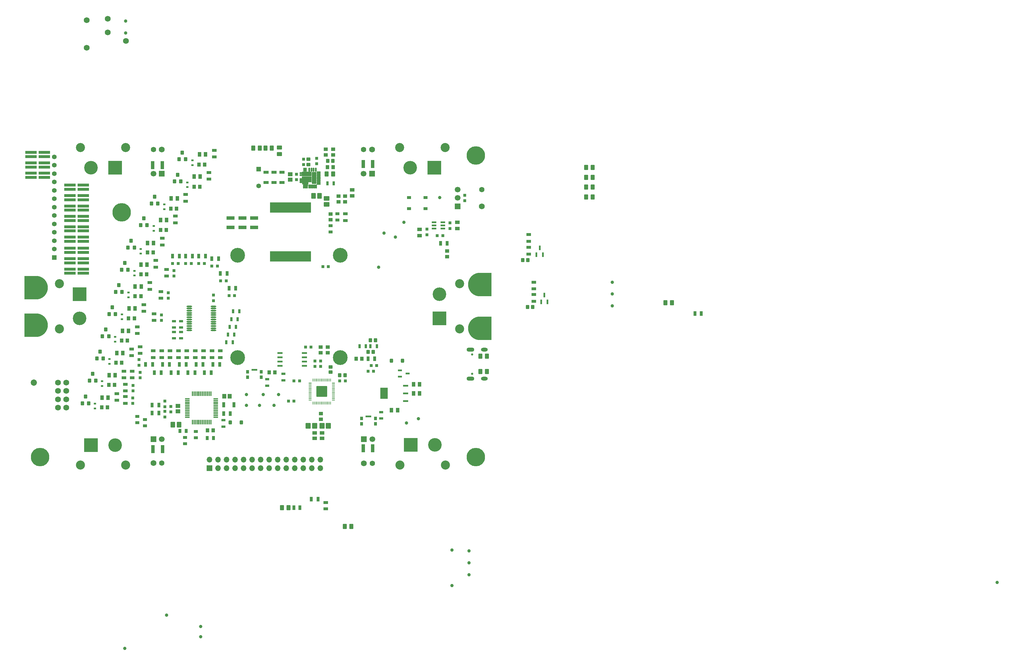
<source format=gbr>
%TF.GenerationSoftware,KiCad,Pcbnew,7.0.10*%
%TF.CreationDate,2025-04-22T22:54:08-04:00*%
%TF.ProjectId,bms-board,626d732d-626f-4617-9264-2e6b69636164,rev?*%
%TF.SameCoordinates,Original*%
%TF.FileFunction,Soldermask,Top*%
%TF.FilePolarity,Negative*%
%FSLAX46Y46*%
G04 Gerber Fmt 4.6, Leading zero omitted, Abs format (unit mm)*
G04 Created by KiCad (PCBNEW 7.0.10) date 2025-04-22 22:54:08*
%MOMM*%
%LPD*%
G01*
G04 APERTURE LIST*
G04 Aperture macros list*
%AMRoundRect*
0 Rectangle with rounded corners*
0 $1 Rounding radius*
0 $2 $3 $4 $5 $6 $7 $8 $9 X,Y pos of 4 corners*
0 Add a 4 corners polygon primitive as box body*
4,1,4,$2,$3,$4,$5,$6,$7,$8,$9,$2,$3,0*
0 Add four circle primitives for the rounded corners*
1,1,$1+$1,$2,$3*
1,1,$1+$1,$4,$5*
1,1,$1+$1,$6,$7*
1,1,$1+$1,$8,$9*
0 Add four rect primitives between the rounded corners*
20,1,$1+$1,$2,$3,$4,$5,0*
20,1,$1+$1,$4,$5,$6,$7,0*
20,1,$1+$1,$6,$7,$8,$9,0*
20,1,$1+$1,$8,$9,$2,$3,0*%
%AMFreePoly0*
4,1,34,-3.500000,0.000000,-3.488454,0.284056,-3.437293,0.659559,-3.345832,1.027329,-3.215145,1.383055,-3.046763,1.722566,-2.842661,2.041881,-2.605231,2.337257,-2.337257,2.605231,-2.041881,2.842661,-1.722566,3.046763,-1.383055,3.215145,-1.027329,3.345832,-0.659559,3.437293,-0.284056,3.488454,0.000000,3.500000,0.284056,3.488454,0.659559,3.437293,1.027329,3.345832,1.383055,3.215145,
1.722566,3.046763,2.041881,2.842661,2.337257,2.605231,2.605231,2.337257,2.842661,2.041881,3.046763,1.722566,3.215145,1.383055,3.345832,1.027329,3.437293,0.659559,3.488454,0.284056,3.500000,0.000000,3.500000,-3.500000,-3.500000,-3.500000,-3.500000,0.000000,-3.500000,0.000000,$1*%
G04 Aperture macros list end*
%ADD10R,1.450000X0.950000*%
%ADD11C,5.500000*%
%ADD12RoundRect,0.102000X-0.445000X-0.465000X0.445000X-0.465000X0.445000X0.465000X-0.445000X0.465000X0*%
%ADD13R,1.397000X0.863600*%
%ADD14R,1.300000X0.700000*%
%ADD15R,0.863600X1.397000*%
%ADD16C,1.734000*%
%ADD17R,0.950000X1.450000*%
%ADD18R,3.352800X0.903200*%
%ADD19R,1.193800X1.016000*%
%ADD20R,0.700000X0.600000*%
%ADD21R,1.016000X1.193800*%
%ADD22R,1.600000X0.855600*%
%ADD23R,0.300000X1.475000*%
%ADD24R,1.475000X0.300000*%
%ADD25C,1.000000*%
%ADD26R,12.192000X3.022600*%
%ADD27R,0.863600X1.244600*%
%ADD28R,0.889000X0.863600*%
%ADD29R,1.524000X0.533400*%
%ADD30R,0.965200X1.346200*%
%ADD31R,0.863600X0.889000*%
%ADD32RoundRect,0.102000X0.400000X-0.450000X0.400000X0.450000X-0.400000X0.450000X-0.400000X-0.450000X0*%
%ADD33R,1.244600X0.863600*%
%ADD34R,1.000000X1.400000*%
%ADD35RoundRect,0.102000X-0.460000X-0.690000X0.460000X-0.690000X0.460000X0.690000X-0.460000X0.690000X0*%
%ADD36RoundRect,0.102000X0.460000X0.690000X-0.460000X0.690000X-0.460000X-0.690000X0.460000X-0.690000X0*%
%ADD37R,2.489200X1.066800*%
%ADD38R,0.700000X1.300000*%
%ADD39RoundRect,0.242500X-0.242500X-0.367500X0.242500X-0.367500X0.242500X0.367500X-0.242500X0.367500X0*%
%ADD40RoundRect,0.102000X0.735000X-0.580000X0.735000X0.580000X-0.735000X0.580000X-0.735000X-0.580000X0*%
%ADD41R,1.700000X1.700000*%
%ADD42O,1.700000X1.700000*%
%ADD43O,1.649999X0.449999*%
%ADD44RoundRect,0.102000X0.555000X0.735000X-0.555000X0.735000X-0.555000X-0.735000X0.555000X-0.735000X0*%
%ADD45R,1.549400X0.609600*%
%ADD46R,1.549400X3.251200*%
%ADD47RoundRect,0.102000X-0.690000X0.460000X-0.690000X-0.460000X0.690000X-0.460000X0.690000X0.460000X0*%
%ADD48R,1.066800X2.489200*%
%ADD49RoundRect,0.102000X-0.650000X-0.750000X0.650000X-0.750000X0.650000X0.750000X-0.650000X0.750000X0*%
%ADD50R,1.066800X1.397000*%
%ADD51R,1.447800X1.117600*%
%ADD52R,1.397000X1.066800*%
%ADD53RoundRect,0.102000X0.445000X0.465000X-0.445000X0.465000X-0.445000X-0.465000X0.445000X-0.465000X0*%
%ADD54R,0.609600X1.320800*%
%ADD55R,1.346200X0.965200*%
%ADD56RoundRect,0.102000X-0.465000X0.445000X-0.465000X-0.445000X0.465000X-0.445000X0.465000X0.445000X0*%
%ADD57R,1.449997X1.305598*%
%ADD58R,1.400000X1.100000*%
%ADD59R,1.244600X0.939800*%
%ADD60R,1.150000X0.600000*%
%ADD61RoundRect,0.050000X-0.387500X-0.050000X0.387500X-0.050000X0.387500X0.050000X-0.387500X0.050000X0*%
%ADD62RoundRect,0.050000X-0.050000X-0.387500X0.050000X-0.387500X0.050000X0.387500X-0.050000X0.387500X0*%
%ADD63RoundRect,0.144000X-1.456000X-1.456000X1.456000X-1.456000X1.456000X1.456000X-1.456000X1.456000X0*%
%ADD64R,0.889000X0.990600*%
%ADD65R,1.701800X0.558800*%
%ADD66R,1.005599X1.199998*%
%ADD67RoundRect,0.102000X0.650000X0.750000X-0.650000X0.750000X-0.650000X-0.750000X0.650000X-0.750000X0*%
%ADD68R,0.855600X1.600000*%
%ADD69R,1.320800X0.558800*%
%ADD70R,1.305598X1.449997*%
%ADD71RoundRect,0.102000X-0.175000X0.475000X-0.175000X-0.475000X0.175000X-0.475000X0.175000X0.475000X0*%
%ADD72RoundRect,0.102000X-0.475000X0.175000X-0.475000X-0.175000X0.475000X-0.175000X0.475000X0.175000X0*%
%ADD73RoundRect,0.102000X-0.675000X0.150000X-0.675000X-0.150000X0.675000X-0.150000X0.675000X0.150000X0*%
%ADD74RoundRect,0.102000X-0.550000X1.700000X-0.550000X-1.700000X0.550000X-1.700000X0.550000X1.700000X0*%
%ADD75RoundRect,0.102000X-1.350000X0.550000X-1.350000X-0.550000X1.350000X-0.550000X1.350000X0.550000X0*%
%ADD76RoundRect,0.102000X-1.350000X0.760000X-1.350000X-0.760000X1.350000X-0.760000X1.350000X0.760000X0*%
%ADD77RoundRect,0.102000X-0.865000X1.050000X-0.865000X-1.050000X0.865000X-1.050000X0.865000X1.050000X0*%
%ADD78RoundRect,0.102000X0.465000X-0.445000X0.465000X0.445000X-0.465000X0.445000X-0.465000X-0.445000X0*%
%ADD79C,4.400000*%
%ADD80C,0.800000*%
%ADD81FreePoly0,270.000000*%
%ADD82R,4.050000X4.050000*%
%ADD83C,4.050000*%
%ADD84C,2.700000*%
%ADD85R,1.400000X1.400000*%
%ADD86C,1.400000*%
%ADD87C,1.600000*%
%ADD88C,1.750000*%
%ADD89C,1.700000*%
%ADD90RoundRect,0.102000X-0.600000X0.600000X-0.600000X-0.600000X0.600000X-0.600000X0.600000X0.600000X0*%
%ADD91C,1.404000*%
%ADD92C,1.854200*%
%ADD93C,1.752600*%
%ADD94C,0.650000*%
%ADD95O,2.304000X1.254000*%
%ADD96O,2.004000X1.104000*%
%ADD97FreePoly0,90.000000*%
G04 APERTURE END LIST*
%TO.C,U5*%
G36*
X138704500Y-107551000D02*
G01*
X136443900Y-107551000D01*
X136443900Y-104249000D01*
X138704500Y-104249000D01*
X138704500Y-107551000D01*
G37*
%TD*%
D10*
%TO.C,R1*%
X60500000Y-106900000D03*
X60500000Y-108900000D03*
%TD*%
D11*
%TO.C,H4*%
X164900000Y-124900000D03*
%TD*%
D12*
%TO.C,C88*%
X178859998Y-66200000D03*
X180399998Y-66200000D03*
%TD*%
D13*
%TO.C,R78*%
X71338850Y-93200000D03*
X71338850Y-95257400D03*
%TD*%
D14*
%TO.C,R91*%
X89700000Y-113900000D03*
X89700000Y-115800000D03*
%TD*%
%TO.C,R117*%
X136700000Y-111500000D03*
X136700000Y-113400000D03*
%TD*%
D15*
%TO.C,R82*%
X84081450Y-99728700D03*
X86138850Y-99728700D03*
%TD*%
D16*
%TO.C,TP17*%
X60700000Y-980000D03*
%TD*%
D17*
%TO.C,R46*%
X84400000Y-65000000D03*
X82400000Y-65000000D03*
%TD*%
D10*
%TO.C,R30*%
X67850000Y-74900000D03*
X67850000Y-72900000D03*
%TD*%
D18*
%TO.C,R3*%
X44000000Y-70147771D03*
X44000000Y-68891971D03*
%TD*%
D19*
%TO.C,R108*%
X121625000Y-52500300D03*
X121625000Y-54202100D03*
%TD*%
D10*
%TO.C,R6*%
X60500000Y-103200000D03*
X60500000Y-105200000D03*
%TD*%
D20*
%TO.C,Z3*%
X55800000Y-97100000D03*
X55800000Y-95700000D03*
%TD*%
D21*
%TO.C,R37*%
X68801800Y-63949000D03*
X67100000Y-63949000D03*
%TD*%
D22*
%TO.C,C30*%
X104800000Y-43108400D03*
X104800000Y-40052798D03*
%TD*%
D23*
%TO.C,U2*%
X86000000Y-106024000D03*
X85500000Y-106024000D03*
X85000000Y-106024000D03*
X84500000Y-106024000D03*
X84000000Y-106024000D03*
X83500000Y-106024000D03*
X83000000Y-106024000D03*
X82500000Y-106024000D03*
X82000000Y-106024000D03*
X81500000Y-106024000D03*
X81000000Y-106024000D03*
X80500000Y-106024000D03*
D24*
X79012000Y-107512000D03*
X79012000Y-108012000D03*
X79012000Y-108512000D03*
X79012000Y-109012000D03*
X79012000Y-109512000D03*
X79012000Y-110012000D03*
X79012000Y-110512000D03*
X79012000Y-111012000D03*
X79012000Y-111512000D03*
X79012000Y-112012000D03*
X79012000Y-112512000D03*
X79012000Y-113012000D03*
D23*
X80500000Y-114500000D03*
X81000000Y-114500000D03*
X81500000Y-114500000D03*
X82000000Y-114500000D03*
X82500000Y-114500000D03*
X83000000Y-114500000D03*
X83500000Y-114500000D03*
X84000000Y-114500000D03*
X84500000Y-114500000D03*
X85000000Y-114500000D03*
X85500000Y-114500000D03*
X86000000Y-114500000D03*
D24*
X87488000Y-113012000D03*
X87488000Y-112512000D03*
X87488000Y-112012000D03*
X87488000Y-111512000D03*
X87488000Y-111012000D03*
X87488000Y-110512000D03*
X87488000Y-110012000D03*
X87488000Y-109512000D03*
X87488000Y-109012000D03*
X87488000Y-108512000D03*
X87488000Y-108012000D03*
X87488000Y-107512000D03*
%TD*%
D25*
%TO.C,TP3*%
X60600000Y1450000D03*
%TD*%
D26*
%TO.C,L1*%
X109700000Y-50555200D03*
X109700000Y-65109400D03*
%TD*%
D27*
%TO.C,C27*%
X86754200Y-119200000D03*
X84900000Y-119200000D03*
%TD*%
D17*
%TO.C,R93*%
X70512000Y-111788000D03*
X68512000Y-111788000D03*
%TD*%
D14*
%TO.C,R116*%
X107600000Y-100100000D03*
X107600000Y-102000000D03*
%TD*%
D17*
%TO.C,R61*%
X93400000Y-74600000D03*
X91400000Y-74600000D03*
%TD*%
D25*
%TO.C,TP13*%
X72810800Y-171999200D03*
%TD*%
D18*
%TO.C,R43*%
X44000000Y-45155800D03*
X44000000Y-43900000D03*
%TD*%
%TO.C,R28*%
X44000000Y-54443743D03*
X44000000Y-53187943D03*
%TD*%
%TO.C,R58*%
X32400000Y-35408038D03*
X32400000Y-34152238D03*
%TD*%
D25*
%TO.C,TP9*%
X205556500Y-76331000D03*
%TD*%
D28*
%TO.C,C34*%
X111500000Y-42300000D03*
X111500000Y-40649000D03*
%TD*%
D25*
%TO.C,TP8*%
X205556500Y-72781000D03*
%TD*%
D29*
%TO.C,U4*%
X106555100Y-93895000D03*
X106555100Y-95165000D03*
X106555100Y-96435000D03*
X106555100Y-97705000D03*
X113844900Y-97705000D03*
X113844900Y-96435000D03*
X113844900Y-95165000D03*
X113844900Y-93895000D03*
%TD*%
D30*
%TO.C,LED14*%
X112554200Y-140000000D03*
X110700000Y-140000000D03*
%TD*%
D31*
%TO.C,C61*%
X114200000Y-92100000D03*
X115851000Y-92100000D03*
%TD*%
D32*
%TO.C,Q2*%
X49849800Y-102100000D03*
X51750200Y-102100000D03*
X50800000Y-100100000D03*
%TD*%
D33*
%TO.C,C25*%
X78300000Y-120900000D03*
X78300000Y-119045800D03*
%TD*%
D34*
%TO.C,LED3*%
X58000000Y-93900000D03*
X59800000Y-93900000D03*
%TD*%
D28*
%TO.C,C1*%
X62700000Y-107249000D03*
X62700000Y-108900000D03*
%TD*%
D35*
%TO.C,R129*%
X197810000Y-47410000D03*
X199720000Y-47410000D03*
%TD*%
D31*
%TO.C,C76*%
X124400000Y-102200000D03*
X126051000Y-102200000D03*
%TD*%
D18*
%TO.C,R14*%
X48000000Y-63955800D03*
X48000000Y-62700000D03*
%TD*%
D36*
%TO.C,R112*%
X168210000Y-94840000D03*
X166300000Y-94840000D03*
%TD*%
D37*
%TO.C,C46*%
X95400000Y-53655200D03*
X95400000Y-56500000D03*
%TD*%
D38*
%TO.C,R70*%
X90600000Y-90700000D03*
X92500000Y-90700000D03*
%TD*%
%TO.C,R62*%
X94500000Y-81500000D03*
X92600000Y-81500000D03*
%TD*%
%TO.C,R123*%
X135440000Y-91900000D03*
X133540000Y-91900000D03*
%TD*%
D10*
%TO.C,R15*%
X62400000Y-94700000D03*
X62400000Y-92700000D03*
%TD*%
D39*
%TO.C,D1*%
X91800000Y-114600000D03*
X95080000Y-114600000D03*
%TD*%
D40*
%TO.C,C37*%
X120500000Y-49600000D03*
X120500000Y-47840000D03*
%TD*%
D41*
%TO.C,J4*%
X85560000Y-128200000D03*
D42*
X85560000Y-125660000D03*
X88100000Y-128200000D03*
X88100000Y-125660000D03*
X90640000Y-128200000D03*
X90640000Y-125660000D03*
X93180000Y-128200000D03*
X93180000Y-125660000D03*
X95720000Y-128200000D03*
X95720000Y-125660000D03*
X98260000Y-128200000D03*
X98260000Y-125660000D03*
X100800000Y-128200000D03*
X100800000Y-125660000D03*
X103340000Y-128200000D03*
X103340000Y-125660000D03*
X105880000Y-128200000D03*
X105880000Y-125660000D03*
X108420000Y-128200000D03*
X108420000Y-125660000D03*
X110960000Y-128200000D03*
X110960000Y-125660000D03*
X113500000Y-128200000D03*
X113500000Y-125660000D03*
X116040000Y-128200000D03*
X116040000Y-125660000D03*
X118580000Y-128200000D03*
X118580000Y-125660000D03*
%TD*%
D19*
%TO.C,R130*%
X156400000Y-65201800D03*
X156400000Y-63500000D03*
%TD*%
D17*
%TO.C,R51*%
X88300000Y-65800000D03*
X86300000Y-65800000D03*
%TD*%
D33*
%TO.C,C22*%
X64100000Y-112772900D03*
X64100000Y-114627100D03*
%TD*%
D18*
%TO.C,R13*%
X44000000Y-63955800D03*
X44000000Y-62700000D03*
%TD*%
D15*
%TO.C,R88*%
X69138850Y-99728700D03*
X71196250Y-99728700D03*
%TD*%
D37*
%TO.C,C47*%
X91900000Y-53655200D03*
X91900000Y-56500000D03*
%TD*%
D43*
%TO.C,U1*%
X79549999Y-80000000D03*
X79549999Y-80650001D03*
X79549999Y-81300000D03*
X79549999Y-81950001D03*
X79549999Y-82600000D03*
X79549999Y-83250001D03*
X79549999Y-83900000D03*
X79549999Y-84550001D03*
X79549999Y-85200000D03*
X79549999Y-85850001D03*
X79549999Y-86499999D03*
X79549999Y-87150001D03*
X86800000Y-87150001D03*
X86800000Y-86499999D03*
X86800000Y-85850001D03*
X86800000Y-85200000D03*
X86800000Y-84550001D03*
X86800000Y-83900000D03*
X86800000Y-83250001D03*
X86800000Y-82600000D03*
X86800000Y-81950001D03*
X86800000Y-81300000D03*
X86800000Y-80650001D03*
X86800000Y-80000000D03*
%TD*%
D34*
%TO.C,LED2*%
X55700000Y-100500000D03*
X57500000Y-100500000D03*
%TD*%
D10*
%TO.C,R35*%
X69600000Y-68300000D03*
X69600000Y-66300000D03*
%TD*%
D30*
%TO.C,LED13*%
X230174300Y-82129300D03*
X232028500Y-82129300D03*
%TD*%
D28*
%TO.C,C5*%
X71300000Y-84200000D03*
X71300000Y-82549000D03*
%TD*%
D13*
%TO.C,R77*%
X73838850Y-93200000D03*
X73838850Y-95257400D03*
%TD*%
D28*
%TO.C,C6*%
X73300000Y-77600000D03*
X73300000Y-75949000D03*
%TD*%
D17*
%TO.C,R41*%
X80500000Y-65000000D03*
X78500000Y-65000000D03*
%TD*%
D44*
%TO.C,C21*%
X76500000Y-115200000D03*
X74700000Y-115200000D03*
%TD*%
D20*
%TO.C,Z2*%
X53600000Y-103700000D03*
X53600000Y-102300000D03*
%TD*%
D27*
%TO.C,C24*%
X78654200Y-117100000D03*
X76800000Y-117100000D03*
%TD*%
D10*
%TO.C,R10*%
X60100000Y-101300000D03*
X60100000Y-99300000D03*
%TD*%
D25*
%TO.C,TP15*%
X162900000Y-156400000D03*
%TD*%
D21*
%TO.C,R2*%
X55201800Y-110100000D03*
X53500000Y-110100000D03*
%TD*%
D25*
%TO.C,TP22*%
X106200000Y-106300000D03*
%TD*%
D45*
%TO.C,U5*%
X144025800Y-108198700D03*
D46*
X137574200Y-105900000D03*
D45*
X144025800Y-105900000D03*
X144025800Y-103601300D03*
%TD*%
D28*
%TO.C,C7*%
X75000000Y-71000000D03*
X75000000Y-69349000D03*
%TD*%
D18*
%TO.C,R4*%
X48000000Y-70149914D03*
X48000000Y-68894114D03*
%TD*%
D16*
%TO.C,TP5*%
X55300000Y5700000D03*
%TD*%
D34*
%TO.C,LED8*%
X67100000Y-61100000D03*
X68900000Y-61100000D03*
%TD*%
D15*
%TO.C,R81*%
X86581450Y-97328700D03*
X88638850Y-97328700D03*
%TD*%
D17*
%TO.C,R56*%
X90800000Y-70200000D03*
X88800000Y-70200000D03*
%TD*%
D25*
%TO.C,TP11*%
X157825800Y-152551300D03*
%TD*%
D21*
%TO.C,R32*%
X66901800Y-70449000D03*
X65200000Y-70449000D03*
%TD*%
D34*
%TO.C,LED12*%
X82649100Y-34700000D03*
X84449100Y-34700000D03*
%TD*%
D47*
%TO.C,R95*%
X106400000Y-32690000D03*
X106400000Y-34600000D03*
%TD*%
D36*
%TO.C,R111*%
X168210000Y-99440000D03*
X166300000Y-99440000D03*
%TD*%
D18*
%TO.C,R33*%
X44000000Y-51347762D03*
X44000000Y-50091962D03*
%TD*%
D15*
%TO.C,R87*%
X71581450Y-97328700D03*
X73638850Y-97328700D03*
%TD*%
D33*
%TO.C,C41*%
X121625000Y-55975000D03*
X121625000Y-57829200D03*
%TD*%
D20*
%TO.C,Z1*%
X51500000Y-110400000D03*
X51500000Y-109000000D03*
%TD*%
D28*
%TO.C,C65*%
X117000000Y-96249000D03*
X117000000Y-97900000D03*
%TD*%
D13*
%TO.C,R74*%
X81338850Y-93200000D03*
X81338850Y-95257400D03*
%TD*%
D10*
%TO.C,R31*%
X72800000Y-69000000D03*
X72800000Y-71000000D03*
%TD*%
D18*
%TO.C,R23*%
X44000000Y-57539724D03*
X44000000Y-56283924D03*
%TD*%
D10*
%TO.C,R50*%
X78500000Y-48651000D03*
X78500000Y-46651000D03*
%TD*%
D31*
%TO.C,C77*%
X135400000Y-97600000D03*
X133749000Y-97600000D03*
%TD*%
D21*
%TO.C,R7*%
X57301800Y-103400000D03*
X55600000Y-103400000D03*
%TD*%
D48*
%TO.C,C44*%
X71600000Y-122500000D03*
X68755200Y-122500000D03*
%TD*%
D49*
%TO.C,C59*%
X115000000Y-115600000D03*
X116900000Y-115600000D03*
%TD*%
D50*
%TO.C,C62*%
X146400000Y-103200000D03*
X148203400Y-103200000D03*
%TD*%
D38*
%TO.C,R69*%
X91100000Y-88400000D03*
X93000000Y-88400000D03*
%TD*%
D13*
%TO.C,R76*%
X76338850Y-93200000D03*
X76338850Y-95257400D03*
%TD*%
D18*
%TO.C,R53*%
X32400000Y-38504019D03*
X32400000Y-37248219D03*
%TD*%
D25*
%TO.C,TP33*%
X154200000Y-47600000D03*
%TD*%
D32*
%TO.C,Q1*%
X47749800Y-108900000D03*
X49650200Y-108900000D03*
X48700000Y-106900000D03*
%TD*%
D33*
%TO.C,C26*%
X81500000Y-117300000D03*
X81500000Y-119154200D03*
%TD*%
D11*
%TO.C,H1*%
X59400000Y-52000000D03*
%TD*%
D18*
%TO.C,R44*%
X48000000Y-45155800D03*
X48000000Y-43900000D03*
%TD*%
D22*
%TO.C,C29*%
X102400000Y-43108400D03*
X102400000Y-40052798D03*
%TD*%
D33*
%TO.C,C39*%
X123700000Y-52418700D03*
X123700000Y-54272900D03*
%TD*%
D28*
%TO.C,C18*%
X74112000Y-109788000D03*
X74112000Y-111439000D03*
%TD*%
D19*
%TO.C,R100*%
X122390000Y-34931300D03*
X122390000Y-33229500D03*
%TD*%
D34*
%TO.C,LED7*%
X65200000Y-67600000D03*
X67000000Y-67600000D03*
%TD*%
D13*
%TO.C,R79*%
X68838850Y-93200000D03*
X68838850Y-95257400D03*
%TD*%
D51*
%TO.C,C35*%
X128070200Y-45279600D03*
X128070200Y-47073200D03*
%TD*%
D14*
%TO.C,R120*%
X102800000Y-103600000D03*
X102800000Y-101700000D03*
%TD*%
D52*
%TO.C,C86*%
X159400000Y-56800000D03*
X159400000Y-54996600D03*
%TD*%
D48*
%TO.C,C52*%
X68655200Y-37900000D03*
X71500000Y-37900000D03*
%TD*%
D38*
%TO.C,R67*%
X92100000Y-83800000D03*
X94000000Y-83800000D03*
%TD*%
D25*
%TO.C,TP14*%
X162900000Y-152850000D03*
%TD*%
D34*
%TO.C,LED1*%
X53600000Y-107200000D03*
X55400000Y-107200000D03*
%TD*%
D53*
%TO.C,C78*%
X135040000Y-90100000D03*
X133500000Y-90100000D03*
%TD*%
D34*
%TO.C,LED9*%
X71000000Y-54300000D03*
X72800000Y-54300000D03*
%TD*%
D25*
%TO.C,TP1*%
X60600000Y5000000D03*
%TD*%
D11*
%TO.C,H2*%
X164900000Y-35100000D03*
%TD*%
D32*
%TO.C,Q11*%
X75149800Y-42800000D03*
X77050200Y-42800000D03*
X76100000Y-40800000D03*
%TD*%
D21*
%TO.C,R17*%
X61151800Y-90200000D03*
X59450000Y-90200000D03*
%TD*%
D19*
%TO.C,R98*%
X125970200Y-47171400D03*
X125970200Y-48873200D03*
%TD*%
D10*
%TO.C,R45*%
X75400000Y-55100000D03*
X75400000Y-53100000D03*
%TD*%
D21*
%TO.C,R115*%
X103398200Y-99700000D03*
X105100000Y-99700000D03*
%TD*%
D15*
%TO.C,R84*%
X79181450Y-99728700D03*
X81238850Y-99728700D03*
%TD*%
D44*
%TO.C,C38*%
X118400000Y-47100000D03*
X116600000Y-47100000D03*
%TD*%
D17*
%TO.C,R80*%
X91800000Y-111900000D03*
X89800000Y-111900000D03*
%TD*%
D28*
%TO.C,C3*%
X64900000Y-101300000D03*
X64900000Y-99649000D03*
%TD*%
D54*
%TO.C,U9*%
X182999998Y-64600000D03*
X184900000Y-64600000D03*
X183949999Y-62569600D03*
%TD*%
D10*
%TO.C,R20*%
X64050000Y-88100000D03*
X64050000Y-86100000D03*
%TD*%
D55*
%TO.C,LED15*%
X120200000Y-140300000D03*
X120200000Y-138445800D03*
%TD*%
D56*
%TO.C,C67*%
X121700000Y-98060000D03*
X121700000Y-99600000D03*
%TD*%
D25*
%TO.C,TP18*%
X96600000Y-106300000D03*
%TD*%
D21*
%TO.C,R57*%
X84150900Y-37800000D03*
X82449100Y-37800000D03*
%TD*%
D31*
%TO.C,C73*%
X110751000Y-108200000D03*
X109100000Y-108200000D03*
%TD*%
D17*
%TO.C,R36*%
X76600000Y-65000000D03*
X74600000Y-65000000D03*
%TD*%
D15*
%TO.C,R85*%
X76581450Y-97328700D03*
X78638850Y-97328700D03*
%TD*%
D32*
%TO.C,Q3*%
X52049800Y-95500000D03*
X53950200Y-95500000D03*
X53000000Y-93500000D03*
%TD*%
D31*
%TO.C,C12*%
X88900000Y-72400000D03*
X90551000Y-72400000D03*
%TD*%
D19*
%TO.C,R103*%
X120221800Y-33229500D03*
X120221800Y-34931300D03*
%TD*%
D31*
%TO.C,C85*%
X153449000Y-58900000D03*
X155100000Y-58900000D03*
%TD*%
D10*
%TO.C,R26*%
X71150000Y-75600000D03*
X71150000Y-77600000D03*
%TD*%
D31*
%TO.C,C79*%
X134451000Y-99300000D03*
X132800000Y-99300000D03*
%TD*%
D21*
%TO.C,R47*%
X75801800Y-50900000D03*
X74100000Y-50900000D03*
%TD*%
D35*
%TO.C,R97*%
X98632400Y-32823700D03*
X100542400Y-32823700D03*
%TD*%
D10*
%TO.C,R133*%
X180699998Y-60600000D03*
X180699998Y-58600000D03*
%TD*%
D25*
%TO.C,TP25*%
X136000000Y-68300000D03*
%TD*%
D22*
%TO.C,C31*%
X107200000Y-43100000D03*
X107200000Y-40044398D03*
%TD*%
D21*
%TO.C,R12*%
X59401800Y-96800000D03*
X57700000Y-96800000D03*
%TD*%
D32*
%TO.C,Q5*%
X55700000Y-82300000D03*
X57600400Y-82300000D03*
X56650200Y-80300000D03*
%TD*%
D31*
%TO.C,C10*%
X82400000Y-67200000D03*
X84051000Y-67200000D03*
%TD*%
D35*
%TO.C,R114*%
X107190000Y-140000000D03*
X109100000Y-140000000D03*
%TD*%
D28*
%TO.C,C75*%
X118700000Y-97900000D03*
X118700000Y-96249000D03*
%TD*%
D37*
%TO.C,C45*%
X98900000Y-53655200D03*
X98900000Y-56500000D03*
%TD*%
D25*
%TO.C,TP29*%
X141000000Y-59400000D03*
%TD*%
D19*
%TO.C,R119*%
X120800000Y-93800000D03*
X120800000Y-92098200D03*
%TD*%
D38*
%TO.C,R107*%
X122600000Y-43400000D03*
X120700000Y-43400000D03*
%TD*%
D14*
%TO.C,R64*%
X75000000Y-86300000D03*
X75000000Y-84400000D03*
%TD*%
D18*
%TO.C,R9*%
X48000000Y-67051781D03*
X48000000Y-65795981D03*
%TD*%
D31*
%TO.C,C11*%
X86300000Y-68000000D03*
X87951000Y-68000000D03*
%TD*%
D32*
%TO.C,Q9*%
X65099600Y-55800000D03*
X67000000Y-55800000D03*
X66049800Y-53800000D03*
%TD*%
D25*
%TO.C,TP27*%
X144300000Y-114700000D03*
%TD*%
D32*
%TO.C,Q8*%
X61300000Y-62500000D03*
X63200400Y-62500000D03*
X62250200Y-60500000D03*
%TD*%
D25*
%TO.C,TP12*%
X157825800Y-163201300D03*
%TD*%
D12*
%TO.C,C87*%
X180359998Y-80200000D03*
X181899998Y-80200000D03*
%TD*%
D35*
%TO.C,R96*%
X102232400Y-32823700D03*
X104142400Y-32823700D03*
%TD*%
D21*
%TO.C,R22*%
X63201800Y-83600000D03*
X61500000Y-83600000D03*
%TD*%
D18*
%TO.C,R19*%
X48000000Y-60635705D03*
X48000000Y-59379905D03*
%TD*%
D25*
%TO.C,TP21*%
X100500000Y-109500000D03*
%TD*%
D18*
%TO.C,R18*%
X44000000Y-60635705D03*
X44000000Y-59379905D03*
%TD*%
D34*
%TO.C,LED5*%
X61600000Y-80600000D03*
X63400000Y-80600000D03*
%TD*%
D15*
%TO.C,R89*%
X66581450Y-97328700D03*
X68638850Y-97328700D03*
%TD*%
D52*
%TO.C,C82*%
X148200000Y-58900000D03*
X148200000Y-57096600D03*
%TD*%
D53*
%TO.C,C80*%
X134340000Y-93600000D03*
X132800000Y-93600000D03*
%TD*%
D38*
%TO.C,R68*%
X91600000Y-86100000D03*
X93500000Y-86100000D03*
%TD*%
D31*
%TO.C,C74*%
X112400000Y-102200000D03*
X110749000Y-102200000D03*
%TD*%
D28*
%TO.C,C83*%
X150400000Y-58651000D03*
X150400000Y-57000000D03*
%TD*%
D18*
%TO.C,R29*%
X48000000Y-54443743D03*
X48000000Y-53187943D03*
%TD*%
D10*
%TO.C,R40*%
X71500000Y-61700000D03*
X71500000Y-59700000D03*
%TD*%
%TO.C,R11*%
X62600000Y-99300000D03*
X62600000Y-101300000D03*
%TD*%
D34*
%TO.C,LED10*%
X74200000Y-47851000D03*
X76000000Y-47851000D03*
%TD*%
D20*
%TO.C,Z9*%
X69000000Y-57500000D03*
X69000000Y-56100000D03*
%TD*%
D57*
%TO.C,C32*%
X109600000Y-42254598D03*
X109600000Y-40649000D03*
%TD*%
D17*
%TO.C,R125*%
X134800000Y-95600000D03*
X132800000Y-95600000D03*
%TD*%
D28*
%TO.C,C17*%
X72312000Y-109888000D03*
X72312000Y-108237000D03*
%TD*%
D21*
%TO.C,R124*%
X129298200Y-95560900D03*
X131000000Y-95560900D03*
%TD*%
D25*
%TO.C,TP4*%
X60335000Y-181897900D03*
%TD*%
D31*
%TO.C,C43*%
X121000000Y-68200000D03*
X119349000Y-68200000D03*
%TD*%
D28*
%TO.C,C33*%
X117487400Y-35866100D03*
X117487400Y-37517100D03*
%TD*%
%TO.C,C81*%
X161600000Y-46900000D03*
X161600000Y-48551000D03*
%TD*%
D58*
%TO.C,X1*%
X116900000Y-119300000D03*
X119100000Y-119300000D03*
X119100000Y-117699998D03*
X116900000Y-117699998D03*
%TD*%
D18*
%TO.C,R39*%
X48000000Y-48251781D03*
X48000000Y-46995981D03*
%TD*%
D11*
%TO.C,H3*%
X35100000Y-124900000D03*
%TD*%
D59*
%TO.C,LED16*%
X149900000Y-50900000D03*
X149900000Y-47600002D03*
X145023200Y-47600002D03*
X145023200Y-50900000D03*
%TD*%
D25*
%TO.C,TP28*%
X143500000Y-55000000D03*
%TD*%
D57*
%TO.C,C19*%
X76212000Y-111293598D03*
X76212000Y-109688000D03*
%TD*%
D36*
%TO.C,R104*%
X122400000Y-40600000D03*
X120490000Y-40600000D03*
%TD*%
D14*
%TO.C,R66*%
X77100000Y-86300000D03*
X77100000Y-84400000D03*
%TD*%
D32*
%TO.C,Q6*%
X57650000Y-75700000D03*
X59550400Y-75700000D03*
X58600200Y-73700000D03*
%TD*%
D38*
%TO.C,R122*%
X132200000Y-91900000D03*
X130300000Y-91900000D03*
%TD*%
D12*
%TO.C,C36*%
X120780000Y-36700000D03*
X122320000Y-36700000D03*
%TD*%
D31*
%TO.C,C9*%
X78500000Y-67200000D03*
X80151000Y-67200000D03*
%TD*%
D10*
%TO.C,R60*%
X87000000Y-35500000D03*
X87000000Y-33500000D03*
%TD*%
D28*
%TO.C,C84*%
X157200000Y-56796600D03*
X157200000Y-55145600D03*
%TD*%
D16*
%TO.C,TP6*%
X49010000Y-2948700D03*
%TD*%
D50*
%TO.C,C64*%
X141600000Y-110900000D03*
X139796600Y-110900000D03*
%TD*%
D60*
%TO.C,Q13*%
X142329200Y-99050000D03*
X142329200Y-100950000D03*
X144629200Y-100000000D03*
%TD*%
D61*
%TO.C,U6*%
X115600000Y-102762500D03*
X115600000Y-103162500D03*
X115600000Y-103562500D03*
X115600000Y-103962500D03*
X115600000Y-104362500D03*
X115600000Y-104762500D03*
X115600000Y-105162500D03*
X115600000Y-105562500D03*
X115600000Y-105962500D03*
X115600000Y-106362500D03*
X115600000Y-106762500D03*
X115600000Y-107162500D03*
X115600000Y-107562500D03*
X115600000Y-107962500D03*
D62*
X116437500Y-108800000D03*
X116837500Y-108800000D03*
X117237500Y-108800000D03*
X117637500Y-108800000D03*
X118037500Y-108800000D03*
X118437500Y-108800000D03*
X118837500Y-108800000D03*
X119237500Y-108800000D03*
X119637500Y-108800000D03*
X120037500Y-108800000D03*
X120437500Y-108800000D03*
X120837500Y-108800000D03*
X121237500Y-108800000D03*
X121637500Y-108800000D03*
D61*
X122475000Y-107962500D03*
X122475000Y-107562500D03*
X122475000Y-107162500D03*
X122475000Y-106762500D03*
X122475000Y-106362500D03*
X122475000Y-105962500D03*
X122475000Y-105562500D03*
X122475000Y-105162500D03*
X122475000Y-104762500D03*
X122475000Y-104362500D03*
X122475000Y-103962500D03*
X122475000Y-103562500D03*
X122475000Y-103162500D03*
X122475000Y-102762500D03*
D62*
X121637500Y-101925000D03*
X121237500Y-101925000D03*
X120837500Y-101925000D03*
X120437500Y-101925000D03*
X120037500Y-101925000D03*
X119637500Y-101925000D03*
X119237500Y-101925000D03*
X118837500Y-101925000D03*
X118437500Y-101925000D03*
X118037500Y-101925000D03*
X117637500Y-101925000D03*
X117237500Y-101925000D03*
X116837500Y-101925000D03*
X116437500Y-101925000D03*
D63*
X119037500Y-105362500D03*
%TD*%
D35*
%TO.C,R99*%
X125890000Y-145568700D03*
X127800000Y-145568700D03*
%TD*%
D16*
%TO.C,TP7*%
X49010000Y5231300D03*
%TD*%
D32*
%TO.C,Q4*%
X53699800Y-88900000D03*
X55600200Y-88900000D03*
X54650000Y-86900000D03*
%TD*%
D10*
%TO.C,R55*%
X85400000Y-42100000D03*
X85400000Y-40100000D03*
%TD*%
D21*
%TO.C,R42*%
X72701800Y-57249000D03*
X71000000Y-57249000D03*
%TD*%
D18*
%TO.C,R54*%
X36400000Y-38504019D03*
X36400000Y-37248219D03*
%TD*%
D54*
%TO.C,U8*%
X184399998Y-78700000D03*
X186300000Y-78700000D03*
X185349999Y-76669600D03*
%TD*%
D50*
%TO.C,C63*%
X148200000Y-105900000D03*
X146396600Y-105900000D03*
%TD*%
D28*
%TO.C,C4*%
X64600000Y-97525500D03*
X64600000Y-95874500D03*
%TD*%
D25*
%TO.C,TP23*%
X104800000Y-109500000D03*
%TD*%
D21*
%TO.C,R94*%
X86701800Y-116900000D03*
X85000000Y-116900000D03*
%TD*%
D10*
%TO.C,R16*%
X64900000Y-92000000D03*
X64900000Y-94000000D03*
%TD*%
D25*
%TO.C,TP31*%
X82985000Y-178397900D03*
%TD*%
D10*
%TO.C,R132*%
X182198197Y-72800000D03*
X182198197Y-74800000D03*
%TD*%
D18*
%TO.C,R49*%
X32400000Y-41600000D03*
X32400000Y-40344200D03*
%TD*%
D35*
%TO.C,R128*%
X197810000Y-44480000D03*
X199720000Y-44480000D03*
%TD*%
D19*
%TO.C,R113*%
X118800000Y-113600000D03*
X118800000Y-111898200D03*
%TD*%
D18*
%TO.C,R59*%
X36400000Y-35408038D03*
X36400000Y-34152238D03*
%TD*%
D14*
%TO.C,R63*%
X75000000Y-87600000D03*
X75000000Y-89500000D03*
%TD*%
D33*
%TO.C,C23*%
X66400000Y-113700000D03*
X66400000Y-115554200D03*
%TD*%
D64*
%TO.C,SW2*%
X130900000Y-113400000D03*
X134999996Y-113400000D03*
X130900000Y-115000002D03*
X134999996Y-115000002D03*
D65*
X132949998Y-112775000D03*
%TD*%
D66*
%TO.C,R101*%
X122395598Y-38531300D03*
X120690000Y-38531300D03*
%TD*%
D15*
%TO.C,R86*%
X74181450Y-99728700D03*
X76238850Y-99728700D03*
%TD*%
D25*
%TO.C,TP19*%
X96600000Y-109500000D03*
%TD*%
D34*
%TO.C,LED6*%
X63450000Y-74100000D03*
X65250000Y-74100000D03*
%TD*%
D25*
%TO.C,TP30*%
X82985000Y-175347900D03*
%TD*%
D48*
%TO.C,C58*%
X131355200Y-37600000D03*
X134200000Y-37600000D03*
%TD*%
D20*
%TO.C,Z6*%
X61450000Y-77300000D03*
X61450000Y-75900000D03*
%TD*%
D17*
%TO.C,R90*%
X70512000Y-109388000D03*
X68512000Y-109388000D03*
%TD*%
D13*
%TO.C,R102*%
X126100000Y-54457400D03*
X126100000Y-52400000D03*
%TD*%
D35*
%TO.C,R127*%
X197810000Y-38620000D03*
X199720000Y-38620000D03*
%TD*%
D19*
%TO.C,R118*%
X118700000Y-93800000D03*
X118700000Y-92098200D03*
%TD*%
D28*
%TO.C,C20*%
X72312000Y-111288000D03*
X72312000Y-112939000D03*
%TD*%
D18*
%TO.C,R48*%
X36400000Y-41600000D03*
X36400000Y-40344200D03*
%TD*%
D20*
%TO.C,Z11*%
X79000000Y-44500000D03*
X79000000Y-43100000D03*
%TD*%
D67*
%TO.C,C60*%
X121000000Y-115600000D03*
X119100000Y-115600000D03*
%TD*%
D19*
%TO.C,R110*%
X124025000Y-47173200D03*
X124025000Y-48875000D03*
%TD*%
D32*
%TO.C,Q7*%
X59400000Y-69100000D03*
X61300400Y-69100000D03*
X60350200Y-67100000D03*
%TD*%
D28*
%TO.C,C14*%
X86800000Y-76649000D03*
X86800000Y-78300000D03*
%TD*%
D10*
%TO.C,R5*%
X58000000Y-108000000D03*
X58000000Y-106000000D03*
%TD*%
D21*
%TO.C,R52*%
X82701800Y-44349000D03*
X81000000Y-44349000D03*
%TD*%
D68*
%TO.C,C15*%
X92855602Y-109300000D03*
X89800000Y-109300000D03*
%TD*%
D18*
%TO.C,R38*%
X44000000Y-48251781D03*
X44000000Y-46995981D03*
%TD*%
D16*
%TO.C,TP2*%
X55300000Y1610000D03*
%TD*%
D35*
%TO.C,R126*%
X197810000Y-41550000D03*
X199720000Y-41550000D03*
%TD*%
D25*
%TO.C,TP20*%
X101600000Y-106300000D03*
%TD*%
D69*
%TO.C,U7*%
X155100000Y-56850001D03*
X155100000Y-55900000D03*
X155100000Y-54949999D03*
X152509200Y-54949999D03*
X152509200Y-55900000D03*
X152509200Y-56850001D03*
%TD*%
D25*
%TO.C,TP24*%
X137600000Y-58200000D03*
%TD*%
%TO.C,TP32*%
X320200000Y-162200000D03*
%TD*%
D70*
%TO.C,C16*%
X91605598Y-106800000D03*
X90000000Y-106800000D03*
%TD*%
D28*
%TO.C,C40*%
X113597400Y-36140600D03*
X113597400Y-37791600D03*
%TD*%
D13*
%TO.C,R75*%
X78838850Y-93200000D03*
X78838850Y-95257400D03*
%TD*%
D32*
%TO.C,Q10*%
X68300000Y-49351000D03*
X70200400Y-49351000D03*
X69250200Y-47351000D03*
%TD*%
D13*
%TO.C,R71*%
X88838850Y-93200000D03*
X88838850Y-95257400D03*
%TD*%
D35*
%TO.C,R106*%
X221426500Y-78916000D03*
X223336500Y-78916000D03*
%TD*%
D18*
%TO.C,R34*%
X48000000Y-51347762D03*
X48000000Y-50091962D03*
%TD*%
D53*
%TO.C,C72*%
X125940000Y-100500000D03*
X124400000Y-100500000D03*
%TD*%
D10*
%TO.C,R134*%
X182199996Y-76500000D03*
X182199996Y-78500000D03*
%TD*%
%TO.C,R21*%
X69100000Y-82200000D03*
X69100000Y-84200000D03*
%TD*%
D18*
%TO.C,R8*%
X44000000Y-67051781D03*
X44000000Y-65795981D03*
%TD*%
D48*
%TO.C,C48*%
X134222400Y-122300000D03*
X131377600Y-122300000D03*
%TD*%
D20*
%TO.C,Z10*%
X72100000Y-51051000D03*
X72100000Y-49651000D03*
%TD*%
D17*
%TO.C,R131*%
X154400000Y-61200000D03*
X156400000Y-61200000D03*
%TD*%
D64*
%TO.C,SW1*%
X96900004Y-99499998D03*
X101000000Y-99499998D03*
X96900004Y-101100000D03*
X101000000Y-101100000D03*
D65*
X98950002Y-98874998D03*
%TD*%
D71*
%TO.C,U3*%
X117272400Y-39266600D03*
X116622400Y-39266600D03*
X115972400Y-39266600D03*
X115322400Y-39266600D03*
X114322400Y-39266600D03*
X113822400Y-39266600D03*
D72*
X113047400Y-40271600D03*
X113047400Y-40921600D03*
X113047400Y-42051600D03*
X113047400Y-42551600D03*
X113047400Y-43051600D03*
D71*
X113672400Y-44316600D03*
X114172400Y-44316600D03*
X114672400Y-44316600D03*
D73*
X114172400Y-43991600D03*
D71*
X115322400Y-44316600D03*
X115822400Y-44316600D03*
X116322400Y-44316600D03*
X116822400Y-44316600D03*
X117322400Y-44316600D03*
D72*
X118097400Y-43541600D03*
X118097400Y-43041600D03*
X118097400Y-42541600D03*
X118097400Y-42041600D03*
X118097400Y-41541600D03*
X118097400Y-41041600D03*
X118097400Y-40541600D03*
X118097400Y-40041600D03*
D74*
X116772400Y-41791600D03*
D75*
X114572400Y-40591600D03*
D76*
X114572400Y-42201600D03*
D77*
X114087400Y-42491600D03*
%TD*%
D28*
%TO.C,C2*%
X62800000Y-103549000D03*
X62800000Y-105200000D03*
%TD*%
D10*
%TO.C,R25*%
X66000000Y-81500000D03*
X66000000Y-79500000D03*
%TD*%
D31*
%TO.C,C13*%
X91400000Y-76800000D03*
X93051000Y-76800000D03*
%TD*%
D10*
%TO.C,R135*%
X180699998Y-62400000D03*
X180699998Y-64400000D03*
%TD*%
D25*
%TO.C,TP10*%
X205556500Y-79881000D03*
%TD*%
D32*
%TO.C,Q12*%
X76548700Y-36175300D03*
X78449100Y-36175300D03*
X77498900Y-34175300D03*
%TD*%
D25*
%TO.C,TP26*%
X147800000Y-113500000D03*
%TD*%
D18*
%TO.C,R24*%
X48000000Y-57539724D03*
X48000000Y-56283924D03*
%TD*%
D34*
%TO.C,LED11*%
X81000000Y-41300000D03*
X82800000Y-41300000D03*
%TD*%
D13*
%TO.C,R72*%
X86338850Y-93200000D03*
X86338850Y-95257400D03*
%TD*%
D20*
%TO.C,Z7*%
X63200000Y-70800000D03*
X63200000Y-69400000D03*
%TD*%
%TO.C,Z8*%
X65100000Y-64300000D03*
X65100000Y-62900000D03*
%TD*%
D78*
%TO.C,R105*%
X115097400Y-37791600D03*
X115097400Y-36163600D03*
%TD*%
D15*
%TO.C,R83*%
X81581450Y-97328700D03*
X83638850Y-97328700D03*
%TD*%
D21*
%TO.C,R27*%
X65151800Y-77000000D03*
X63450000Y-77000000D03*
%TD*%
D14*
%TO.C,R65*%
X77100000Y-87600000D03*
X77100000Y-89500000D03*
%TD*%
D31*
%TO.C,C8*%
X74600000Y-67200000D03*
X76251000Y-67200000D03*
%TD*%
D13*
%TO.C,R73*%
X83838850Y-93200000D03*
X83838850Y-95257400D03*
%TD*%
D34*
%TO.C,LED4*%
X59650000Y-87300000D03*
X61450000Y-87300000D03*
%TD*%
D20*
%TO.C,Z12*%
X80500000Y-37900000D03*
X80500000Y-36500000D03*
%TD*%
D25*
%TO.C,TP16*%
X162900000Y-159950000D03*
%TD*%
D20*
%TO.C,Z5*%
X59500000Y-83800000D03*
X59500000Y-82400000D03*
%TD*%
%TO.C,Z4*%
X57450000Y-90500000D03*
X57450000Y-89100000D03*
%TD*%
D17*
%TO.C,R121*%
X115900000Y-137445800D03*
X117900000Y-137445800D03*
%TD*%
D39*
%TO.C,D2*%
X139760000Y-96200000D03*
X143040000Y-96200000D03*
%TD*%
D79*
%TO.C,MP3*%
X94000000Y-95300000D03*
%TD*%
D80*
%TO.C,J6*%
X34000000Y-71600000D03*
X32600000Y-71600000D03*
X31200000Y-71600000D03*
X35400000Y-72300000D03*
X34000000Y-73000000D03*
X32600000Y-73000000D03*
X31200000Y-73000000D03*
X36800000Y-73700000D03*
X35400000Y-73700000D03*
X34000000Y-74400000D03*
D81*
X33950000Y-74400000D03*
D80*
X32600000Y-74400000D03*
X31200000Y-74400000D03*
X36800000Y-75100000D03*
X35400000Y-75100000D03*
X34000000Y-75800000D03*
X32600000Y-75800000D03*
X31200000Y-75800000D03*
D82*
X46900000Y-76400000D03*
D80*
X35400000Y-76500000D03*
X34000000Y-77200000D03*
X32600000Y-77200000D03*
X31200000Y-77200000D03*
X34000000Y-82800000D03*
X32600000Y-82800000D03*
X31200000Y-82800000D03*
X35400000Y-83500000D03*
D83*
X46900000Y-83600000D03*
D80*
X34000000Y-84200000D03*
X32600000Y-84200000D03*
X31200000Y-84200000D03*
X36800000Y-84900000D03*
X35400000Y-84900000D03*
X34000000Y-85600000D03*
D81*
X33950000Y-85600000D03*
D80*
X32600000Y-85600000D03*
X31200000Y-85600000D03*
X36800000Y-86300000D03*
X35400000Y-86300000D03*
X34000000Y-87000000D03*
X32600000Y-87000000D03*
X31200000Y-87000000D03*
X35400000Y-87700000D03*
X34000000Y-88400000D03*
X32600000Y-88400000D03*
X31200000Y-88400000D03*
D84*
X40900000Y-86750000D03*
X40900000Y-73250000D03*
%TD*%
D82*
%TO.C,J9*%
X145500000Y-121257500D03*
D83*
X152700000Y-121257500D03*
D84*
X142350000Y-127257500D03*
X155850000Y-127257500D03*
%TD*%
D85*
%TO.C,J1*%
X39400000Y-65447762D03*
D86*
X39400000Y-62947762D03*
X39400000Y-60447762D03*
X39400000Y-57947762D03*
X39400000Y-55447762D03*
X39400000Y-52947762D03*
X39400000Y-50447762D03*
X39400000Y-47947762D03*
X39400000Y-45447762D03*
X39400000Y-42947762D03*
X39400000Y-40447762D03*
X39400000Y-37947762D03*
X39400000Y-35447762D03*
%TD*%
D79*
%TO.C,MP4*%
X124500000Y-95300000D03*
%TD*%
D87*
%TO.C,J10*%
X166700000Y-45200000D03*
D88*
X166700000Y-50200000D03*
D41*
X159520000Y-50200000D03*
D89*
X159520000Y-47700000D03*
X159520000Y-45200000D03*
%TD*%
D90*
%TO.C,C28*%
X100200000Y-39108400D03*
D91*
X100200000Y-44108400D03*
%TD*%
D92*
%TO.C,J2*%
X33278097Y-102683400D03*
D93*
X42958098Y-102683400D03*
X42958098Y-105183400D03*
X42958098Y-107683400D03*
X42958098Y-110183400D03*
X40458098Y-102683400D03*
X40458098Y-105183400D03*
X40458098Y-107683400D03*
X40458098Y-110183400D03*
%TD*%
D87*
%TO.C,J15*%
X71400000Y-126700000D03*
D88*
X68900000Y-126700000D03*
D41*
X68900000Y-119520000D03*
D89*
X71400000Y-119520000D03*
%TD*%
D79*
%TO.C,MP2*%
X124500000Y-64800000D03*
%TD*%
D87*
%TO.C,J13*%
X68900000Y-33300000D03*
D88*
X71400000Y-33300000D03*
D41*
X71400000Y-40480000D03*
D89*
X68900000Y-40480000D03*
%TD*%
D79*
%TO.C,MP1*%
X94000000Y-64800000D03*
%TD*%
D94*
%TO.C,J3*%
X163820000Y-94330000D03*
X163820000Y-100110000D03*
D95*
X163320000Y-92900000D03*
X163320000Y-101540000D03*
D96*
X167500000Y-92900000D03*
X167500000Y-101540000D03*
%TD*%
D82*
%TO.C,J7*%
X152600000Y-38720000D03*
D83*
X145400000Y-38720000D03*
D84*
X155750000Y-32720000D03*
X142250000Y-32720000D03*
%TD*%
D82*
%TO.C,J5*%
X57500000Y-38700000D03*
D83*
X50300000Y-38700000D03*
D84*
X60650000Y-32700000D03*
X47150000Y-32700000D03*
%TD*%
D87*
%TO.C,J16*%
X134100000Y-126720000D03*
D88*
X131600000Y-126720000D03*
D41*
X131600000Y-119540000D03*
D89*
X134100000Y-119540000D03*
%TD*%
D87*
%TO.C,J14*%
X131500000Y-33320000D03*
D88*
X134000000Y-33320000D03*
D41*
X134000000Y-40500000D03*
D89*
X131500000Y-40500000D03*
%TD*%
D80*
%TO.C,J11*%
X166100000Y-89300000D03*
X167500000Y-89300000D03*
X168900000Y-89300000D03*
X164700000Y-88600000D03*
X166100000Y-87900000D03*
X167500000Y-87900000D03*
X168900000Y-87900000D03*
X163300000Y-87200000D03*
X164700000Y-87200000D03*
X166100000Y-86500000D03*
D97*
X166150000Y-86500000D03*
D80*
X167500000Y-86500000D03*
X168900000Y-86500000D03*
X163300000Y-85800000D03*
X164700000Y-85800000D03*
X166100000Y-85100000D03*
X167500000Y-85100000D03*
X168900000Y-85100000D03*
X164700000Y-84400000D03*
X166100000Y-83700000D03*
X167500000Y-83700000D03*
X168900000Y-83700000D03*
D82*
X154100000Y-83600000D03*
D83*
X154100000Y-76400000D03*
D80*
X166100000Y-76300000D03*
X167500000Y-76300000D03*
X168900000Y-76300000D03*
X164700000Y-75600000D03*
X166100000Y-74900000D03*
X167500000Y-74900000D03*
X168900000Y-74900000D03*
X163300000Y-74200000D03*
X164700000Y-74200000D03*
X166100000Y-73500000D03*
D97*
X166150000Y-73500000D03*
D80*
X167500000Y-73500000D03*
X168900000Y-73500000D03*
X163300000Y-72800000D03*
X164700000Y-72800000D03*
X166100000Y-72100000D03*
X167500000Y-72100000D03*
X168900000Y-72100000D03*
X164700000Y-71400000D03*
X166100000Y-70700000D03*
X167500000Y-70700000D03*
X168900000Y-70700000D03*
D84*
X160100000Y-86750000D03*
X160100000Y-73250000D03*
%TD*%
D82*
%TO.C,J8*%
X50300000Y-121300000D03*
D83*
X57500000Y-121300000D03*
D84*
X47150000Y-127300000D03*
X60650000Y-127300000D03*
%TD*%
M02*

</source>
